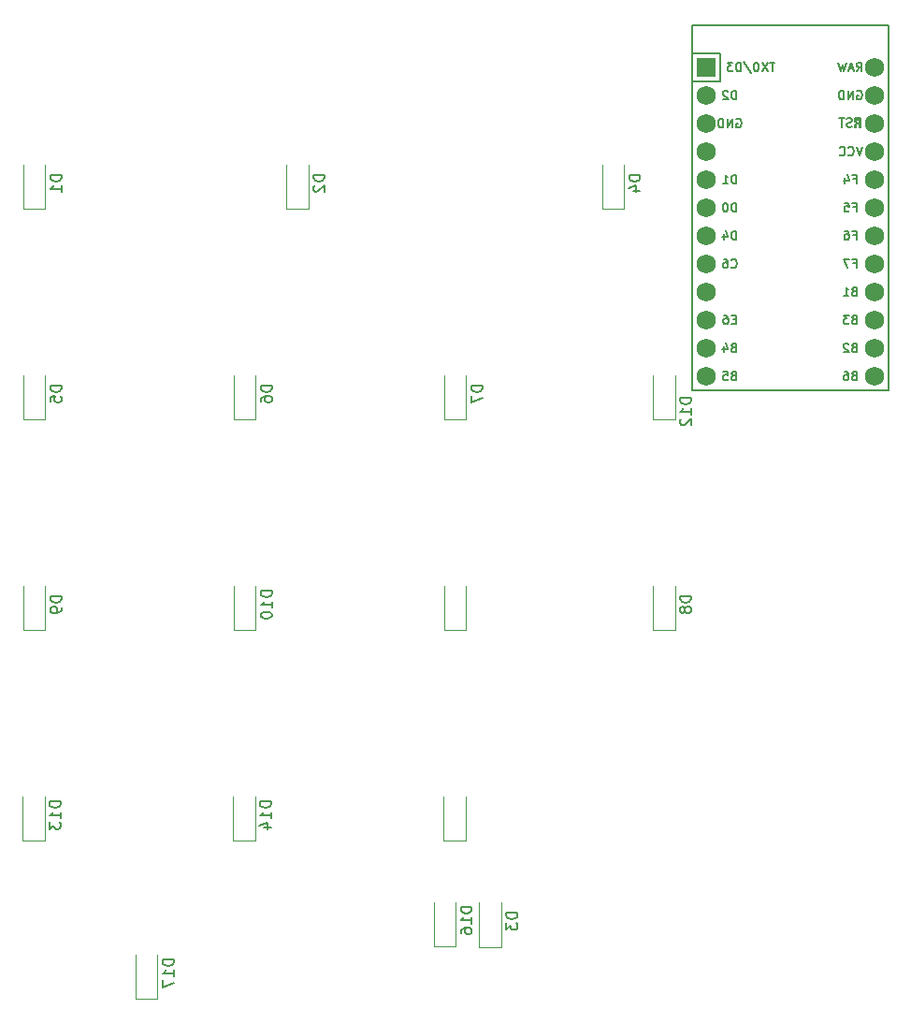
<source format=gbr>
%TF.GenerationSoftware,KiCad,Pcbnew,8.0.2*%
%TF.CreationDate,2024-06-01T15:04:53-05:00*%
%TF.ProjectId,KiCad Numpad,4b694361-6420-44e7-956d-7061642e6b69,rev?*%
%TF.SameCoordinates,Original*%
%TF.FileFunction,Legend,Bot*%
%TF.FilePolarity,Positive*%
%FSLAX46Y46*%
G04 Gerber Fmt 4.6, Leading zero omitted, Abs format (unit mm)*
G04 Created by KiCad (PCBNEW 8.0.2) date 2024-06-01 15:04:53*
%MOMM*%
%LPD*%
G01*
G04 APERTURE LIST*
%ADD10C,0.150000*%
%ADD11C,0.200000*%
%ADD12C,0.120000*%
%ADD13R,1.752600X1.752600*%
%ADD14C,1.752600*%
G04 APERTURE END LIST*
D10*
X186918559Y-93923247D02*
X186804273Y-93961342D01*
X186804273Y-93961342D02*
X186766178Y-93999438D01*
X186766178Y-93999438D02*
X186728082Y-94075628D01*
X186728082Y-94075628D02*
X186728082Y-94189914D01*
X186728082Y-94189914D02*
X186766178Y-94266104D01*
X186766178Y-94266104D02*
X186804273Y-94304200D01*
X186804273Y-94304200D02*
X186880463Y-94342295D01*
X186880463Y-94342295D02*
X187185225Y-94342295D01*
X187185225Y-94342295D02*
X187185225Y-93542295D01*
X187185225Y-93542295D02*
X186918559Y-93542295D01*
X186918559Y-93542295D02*
X186842368Y-93580390D01*
X186842368Y-93580390D02*
X186804273Y-93618485D01*
X186804273Y-93618485D02*
X186766178Y-93694676D01*
X186766178Y-93694676D02*
X186766178Y-93770866D01*
X186766178Y-93770866D02*
X186804273Y-93847057D01*
X186804273Y-93847057D02*
X186842368Y-93885152D01*
X186842368Y-93885152D02*
X186918559Y-93923247D01*
X186918559Y-93923247D02*
X187185225Y-93923247D01*
X185966178Y-94342295D02*
X186423321Y-94342295D01*
X186194749Y-94342295D02*
X186194749Y-93542295D01*
X186194749Y-93542295D02*
X186270940Y-93656580D01*
X186270940Y-93656580D02*
X186347130Y-93732771D01*
X186347130Y-93732771D02*
X186423321Y-93770866D01*
X176225130Y-96463247D02*
X175958464Y-96463247D01*
X175844178Y-96882295D02*
X176225130Y-96882295D01*
X176225130Y-96882295D02*
X176225130Y-96082295D01*
X176225130Y-96082295D02*
X175844178Y-96082295D01*
X175158463Y-96082295D02*
X175310844Y-96082295D01*
X175310844Y-96082295D02*
X175387035Y-96120390D01*
X175387035Y-96120390D02*
X175425130Y-96158485D01*
X175425130Y-96158485D02*
X175501320Y-96272771D01*
X175501320Y-96272771D02*
X175539416Y-96425152D01*
X175539416Y-96425152D02*
X175539416Y-96729914D01*
X175539416Y-96729914D02*
X175501320Y-96806104D01*
X175501320Y-96806104D02*
X175463225Y-96844200D01*
X175463225Y-96844200D02*
X175387035Y-96882295D01*
X175387035Y-96882295D02*
X175234654Y-96882295D01*
X175234654Y-96882295D02*
X175158463Y-96844200D01*
X175158463Y-96844200D02*
X175120368Y-96806104D01*
X175120368Y-96806104D02*
X175082273Y-96729914D01*
X175082273Y-96729914D02*
X175082273Y-96539438D01*
X175082273Y-96539438D02*
X175120368Y-96463247D01*
X175120368Y-96463247D02*
X175158463Y-96425152D01*
X175158463Y-96425152D02*
X175234654Y-96387057D01*
X175234654Y-96387057D02*
X175387035Y-96387057D01*
X175387035Y-96387057D02*
X175463225Y-96425152D01*
X175463225Y-96425152D02*
X175501320Y-96463247D01*
X175501320Y-96463247D02*
X175539416Y-96539438D01*
X187204273Y-75800390D02*
X187280463Y-75762295D01*
X187280463Y-75762295D02*
X187394749Y-75762295D01*
X187394749Y-75762295D02*
X187509035Y-75800390D01*
X187509035Y-75800390D02*
X187585225Y-75876580D01*
X187585225Y-75876580D02*
X187623320Y-75952771D01*
X187623320Y-75952771D02*
X187661416Y-76105152D01*
X187661416Y-76105152D02*
X187661416Y-76219438D01*
X187661416Y-76219438D02*
X187623320Y-76371819D01*
X187623320Y-76371819D02*
X187585225Y-76448009D01*
X187585225Y-76448009D02*
X187509035Y-76524200D01*
X187509035Y-76524200D02*
X187394749Y-76562295D01*
X187394749Y-76562295D02*
X187318558Y-76562295D01*
X187318558Y-76562295D02*
X187204273Y-76524200D01*
X187204273Y-76524200D02*
X187166177Y-76486104D01*
X187166177Y-76486104D02*
X187166177Y-76219438D01*
X187166177Y-76219438D02*
X187318558Y-76219438D01*
X186823320Y-76562295D02*
X186823320Y-75762295D01*
X186823320Y-75762295D02*
X186366177Y-76562295D01*
X186366177Y-76562295D02*
X186366177Y-75762295D01*
X185985225Y-76562295D02*
X185985225Y-75762295D01*
X185985225Y-75762295D02*
X185794749Y-75762295D01*
X185794749Y-75762295D02*
X185680463Y-75800390D01*
X185680463Y-75800390D02*
X185604273Y-75876580D01*
X185604273Y-75876580D02*
X185566178Y-75952771D01*
X185566178Y-75952771D02*
X185528082Y-76105152D01*
X185528082Y-76105152D02*
X185528082Y-76219438D01*
X185528082Y-76219438D02*
X185566178Y-76371819D01*
X185566178Y-76371819D02*
X185604273Y-76448009D01*
X185604273Y-76448009D02*
X185680463Y-76524200D01*
X185680463Y-76524200D02*
X185794749Y-76562295D01*
X185794749Y-76562295D02*
X185985225Y-76562295D01*
X175806082Y-91726104D02*
X175844178Y-91764200D01*
X175844178Y-91764200D02*
X175958463Y-91802295D01*
X175958463Y-91802295D02*
X176034654Y-91802295D01*
X176034654Y-91802295D02*
X176148940Y-91764200D01*
X176148940Y-91764200D02*
X176225130Y-91688009D01*
X176225130Y-91688009D02*
X176263225Y-91611819D01*
X176263225Y-91611819D02*
X176301321Y-91459438D01*
X176301321Y-91459438D02*
X176301321Y-91345152D01*
X176301321Y-91345152D02*
X176263225Y-91192771D01*
X176263225Y-91192771D02*
X176225130Y-91116580D01*
X176225130Y-91116580D02*
X176148940Y-91040390D01*
X176148940Y-91040390D02*
X176034654Y-91002295D01*
X176034654Y-91002295D02*
X175958463Y-91002295D01*
X175958463Y-91002295D02*
X175844178Y-91040390D01*
X175844178Y-91040390D02*
X175806082Y-91078485D01*
X175120368Y-91002295D02*
X175272749Y-91002295D01*
X175272749Y-91002295D02*
X175348940Y-91040390D01*
X175348940Y-91040390D02*
X175387035Y-91078485D01*
X175387035Y-91078485D02*
X175463225Y-91192771D01*
X175463225Y-91192771D02*
X175501321Y-91345152D01*
X175501321Y-91345152D02*
X175501321Y-91649914D01*
X175501321Y-91649914D02*
X175463225Y-91726104D01*
X175463225Y-91726104D02*
X175425130Y-91764200D01*
X175425130Y-91764200D02*
X175348940Y-91802295D01*
X175348940Y-91802295D02*
X175196559Y-91802295D01*
X175196559Y-91802295D02*
X175120368Y-91764200D01*
X175120368Y-91764200D02*
X175082273Y-91726104D01*
X175082273Y-91726104D02*
X175044178Y-91649914D01*
X175044178Y-91649914D02*
X175044178Y-91459438D01*
X175044178Y-91459438D02*
X175082273Y-91383247D01*
X175082273Y-91383247D02*
X175120368Y-91345152D01*
X175120368Y-91345152D02*
X175196559Y-91307057D01*
X175196559Y-91307057D02*
X175348940Y-91307057D01*
X175348940Y-91307057D02*
X175425130Y-91345152D01*
X175425130Y-91345152D02*
X175463225Y-91383247D01*
X175463225Y-91383247D02*
X175501321Y-91459438D01*
X176282273Y-78340390D02*
X176358463Y-78302295D01*
X176358463Y-78302295D02*
X176472749Y-78302295D01*
X176472749Y-78302295D02*
X176587035Y-78340390D01*
X176587035Y-78340390D02*
X176663225Y-78416580D01*
X176663225Y-78416580D02*
X176701320Y-78492771D01*
X176701320Y-78492771D02*
X176739416Y-78645152D01*
X176739416Y-78645152D02*
X176739416Y-78759438D01*
X176739416Y-78759438D02*
X176701320Y-78911819D01*
X176701320Y-78911819D02*
X176663225Y-78988009D01*
X176663225Y-78988009D02*
X176587035Y-79064200D01*
X176587035Y-79064200D02*
X176472749Y-79102295D01*
X176472749Y-79102295D02*
X176396558Y-79102295D01*
X176396558Y-79102295D02*
X176282273Y-79064200D01*
X176282273Y-79064200D02*
X176244177Y-79026104D01*
X176244177Y-79026104D02*
X176244177Y-78759438D01*
X176244177Y-78759438D02*
X176396558Y-78759438D01*
X175901320Y-79102295D02*
X175901320Y-78302295D01*
X175901320Y-78302295D02*
X175444177Y-79102295D01*
X175444177Y-79102295D02*
X175444177Y-78302295D01*
X175063225Y-79102295D02*
X175063225Y-78302295D01*
X175063225Y-78302295D02*
X174872749Y-78302295D01*
X174872749Y-78302295D02*
X174758463Y-78340390D01*
X174758463Y-78340390D02*
X174682273Y-78416580D01*
X174682273Y-78416580D02*
X174644178Y-78492771D01*
X174644178Y-78492771D02*
X174606082Y-78645152D01*
X174606082Y-78645152D02*
X174606082Y-78759438D01*
X174606082Y-78759438D02*
X174644178Y-78911819D01*
X174644178Y-78911819D02*
X174682273Y-78988009D01*
X174682273Y-78988009D02*
X174758463Y-79064200D01*
X174758463Y-79064200D02*
X174872749Y-79102295D01*
X174872749Y-79102295D02*
X175063225Y-79102295D01*
X186861416Y-86303247D02*
X187128082Y-86303247D01*
X187128082Y-86722295D02*
X187128082Y-85922295D01*
X187128082Y-85922295D02*
X186747130Y-85922295D01*
X186061416Y-85922295D02*
X186442368Y-85922295D01*
X186442368Y-85922295D02*
X186480464Y-86303247D01*
X186480464Y-86303247D02*
X186442368Y-86265152D01*
X186442368Y-86265152D02*
X186366178Y-86227057D01*
X186366178Y-86227057D02*
X186175702Y-86227057D01*
X186175702Y-86227057D02*
X186099511Y-86265152D01*
X186099511Y-86265152D02*
X186061416Y-86303247D01*
X186061416Y-86303247D02*
X186023321Y-86379438D01*
X186023321Y-86379438D02*
X186023321Y-86569914D01*
X186023321Y-86569914D02*
X186061416Y-86646104D01*
X186061416Y-86646104D02*
X186099511Y-86684200D01*
X186099511Y-86684200D02*
X186175702Y-86722295D01*
X186175702Y-86722295D02*
X186366178Y-86722295D01*
X186366178Y-86722295D02*
X186442368Y-86684200D01*
X186442368Y-86684200D02*
X186480464Y-86646104D01*
X176263225Y-86722295D02*
X176263225Y-85922295D01*
X176263225Y-85922295D02*
X176072749Y-85922295D01*
X176072749Y-85922295D02*
X175958463Y-85960390D01*
X175958463Y-85960390D02*
X175882273Y-86036580D01*
X175882273Y-86036580D02*
X175844178Y-86112771D01*
X175844178Y-86112771D02*
X175806082Y-86265152D01*
X175806082Y-86265152D02*
X175806082Y-86379438D01*
X175806082Y-86379438D02*
X175844178Y-86531819D01*
X175844178Y-86531819D02*
X175882273Y-86608009D01*
X175882273Y-86608009D02*
X175958463Y-86684200D01*
X175958463Y-86684200D02*
X176072749Y-86722295D01*
X176072749Y-86722295D02*
X176263225Y-86722295D01*
X175310844Y-85922295D02*
X175234654Y-85922295D01*
X175234654Y-85922295D02*
X175158463Y-85960390D01*
X175158463Y-85960390D02*
X175120368Y-85998485D01*
X175120368Y-85998485D02*
X175082273Y-86074676D01*
X175082273Y-86074676D02*
X175044178Y-86227057D01*
X175044178Y-86227057D02*
X175044178Y-86417533D01*
X175044178Y-86417533D02*
X175082273Y-86569914D01*
X175082273Y-86569914D02*
X175120368Y-86646104D01*
X175120368Y-86646104D02*
X175158463Y-86684200D01*
X175158463Y-86684200D02*
X175234654Y-86722295D01*
X175234654Y-86722295D02*
X175310844Y-86722295D01*
X175310844Y-86722295D02*
X175387035Y-86684200D01*
X175387035Y-86684200D02*
X175425130Y-86646104D01*
X175425130Y-86646104D02*
X175463225Y-86569914D01*
X175463225Y-86569914D02*
X175501321Y-86417533D01*
X175501321Y-86417533D02*
X175501321Y-86227057D01*
X175501321Y-86227057D02*
X175463225Y-86074676D01*
X175463225Y-86074676D02*
X175425130Y-85998485D01*
X175425130Y-85998485D02*
X175387035Y-85960390D01*
X175387035Y-85960390D02*
X175310844Y-85922295D01*
X186918559Y-101543247D02*
X186804273Y-101581342D01*
X186804273Y-101581342D02*
X186766178Y-101619438D01*
X186766178Y-101619438D02*
X186728082Y-101695628D01*
X186728082Y-101695628D02*
X186728082Y-101809914D01*
X186728082Y-101809914D02*
X186766178Y-101886104D01*
X186766178Y-101886104D02*
X186804273Y-101924200D01*
X186804273Y-101924200D02*
X186880463Y-101962295D01*
X186880463Y-101962295D02*
X187185225Y-101962295D01*
X187185225Y-101962295D02*
X187185225Y-101162295D01*
X187185225Y-101162295D02*
X186918559Y-101162295D01*
X186918559Y-101162295D02*
X186842368Y-101200390D01*
X186842368Y-101200390D02*
X186804273Y-101238485D01*
X186804273Y-101238485D02*
X186766178Y-101314676D01*
X186766178Y-101314676D02*
X186766178Y-101390866D01*
X186766178Y-101390866D02*
X186804273Y-101467057D01*
X186804273Y-101467057D02*
X186842368Y-101505152D01*
X186842368Y-101505152D02*
X186918559Y-101543247D01*
X186918559Y-101543247D02*
X187185225Y-101543247D01*
X186042368Y-101162295D02*
X186194749Y-101162295D01*
X186194749Y-101162295D02*
X186270940Y-101200390D01*
X186270940Y-101200390D02*
X186309035Y-101238485D01*
X186309035Y-101238485D02*
X186385225Y-101352771D01*
X186385225Y-101352771D02*
X186423321Y-101505152D01*
X186423321Y-101505152D02*
X186423321Y-101809914D01*
X186423321Y-101809914D02*
X186385225Y-101886104D01*
X186385225Y-101886104D02*
X186347130Y-101924200D01*
X186347130Y-101924200D02*
X186270940Y-101962295D01*
X186270940Y-101962295D02*
X186118559Y-101962295D01*
X186118559Y-101962295D02*
X186042368Y-101924200D01*
X186042368Y-101924200D02*
X186004273Y-101886104D01*
X186004273Y-101886104D02*
X185966178Y-101809914D01*
X185966178Y-101809914D02*
X185966178Y-101619438D01*
X185966178Y-101619438D02*
X186004273Y-101543247D01*
X186004273Y-101543247D02*
X186042368Y-101505152D01*
X186042368Y-101505152D02*
X186118559Y-101467057D01*
X186118559Y-101467057D02*
X186270940Y-101467057D01*
X186270940Y-101467057D02*
X186347130Y-101505152D01*
X186347130Y-101505152D02*
X186385225Y-101543247D01*
X186385225Y-101543247D02*
X186423321Y-101619438D01*
X175996559Y-99003247D02*
X175882273Y-99041342D01*
X175882273Y-99041342D02*
X175844178Y-99079438D01*
X175844178Y-99079438D02*
X175806082Y-99155628D01*
X175806082Y-99155628D02*
X175806082Y-99269914D01*
X175806082Y-99269914D02*
X175844178Y-99346104D01*
X175844178Y-99346104D02*
X175882273Y-99384200D01*
X175882273Y-99384200D02*
X175958463Y-99422295D01*
X175958463Y-99422295D02*
X176263225Y-99422295D01*
X176263225Y-99422295D02*
X176263225Y-98622295D01*
X176263225Y-98622295D02*
X175996559Y-98622295D01*
X175996559Y-98622295D02*
X175920368Y-98660390D01*
X175920368Y-98660390D02*
X175882273Y-98698485D01*
X175882273Y-98698485D02*
X175844178Y-98774676D01*
X175844178Y-98774676D02*
X175844178Y-98850866D01*
X175844178Y-98850866D02*
X175882273Y-98927057D01*
X175882273Y-98927057D02*
X175920368Y-98965152D01*
X175920368Y-98965152D02*
X175996559Y-99003247D01*
X175996559Y-99003247D02*
X176263225Y-99003247D01*
X175120368Y-98888961D02*
X175120368Y-99422295D01*
X175310844Y-98584200D02*
X175501321Y-99155628D01*
X175501321Y-99155628D02*
X175006082Y-99155628D01*
X186918559Y-96463247D02*
X186804273Y-96501342D01*
X186804273Y-96501342D02*
X186766178Y-96539438D01*
X186766178Y-96539438D02*
X186728082Y-96615628D01*
X186728082Y-96615628D02*
X186728082Y-96729914D01*
X186728082Y-96729914D02*
X186766178Y-96806104D01*
X186766178Y-96806104D02*
X186804273Y-96844200D01*
X186804273Y-96844200D02*
X186880463Y-96882295D01*
X186880463Y-96882295D02*
X187185225Y-96882295D01*
X187185225Y-96882295D02*
X187185225Y-96082295D01*
X187185225Y-96082295D02*
X186918559Y-96082295D01*
X186918559Y-96082295D02*
X186842368Y-96120390D01*
X186842368Y-96120390D02*
X186804273Y-96158485D01*
X186804273Y-96158485D02*
X186766178Y-96234676D01*
X186766178Y-96234676D02*
X186766178Y-96310866D01*
X186766178Y-96310866D02*
X186804273Y-96387057D01*
X186804273Y-96387057D02*
X186842368Y-96425152D01*
X186842368Y-96425152D02*
X186918559Y-96463247D01*
X186918559Y-96463247D02*
X187185225Y-96463247D01*
X186461416Y-96082295D02*
X185966178Y-96082295D01*
X185966178Y-96082295D02*
X186232844Y-96387057D01*
X186232844Y-96387057D02*
X186118559Y-96387057D01*
X186118559Y-96387057D02*
X186042368Y-96425152D01*
X186042368Y-96425152D02*
X186004273Y-96463247D01*
X186004273Y-96463247D02*
X185966178Y-96539438D01*
X185966178Y-96539438D02*
X185966178Y-96729914D01*
X185966178Y-96729914D02*
X186004273Y-96806104D01*
X186004273Y-96806104D02*
X186042368Y-96844200D01*
X186042368Y-96844200D02*
X186118559Y-96882295D01*
X186118559Y-96882295D02*
X186347130Y-96882295D01*
X186347130Y-96882295D02*
X186423321Y-96844200D01*
X186423321Y-96844200D02*
X186461416Y-96806104D01*
X187661416Y-80842295D02*
X187394749Y-81642295D01*
X187394749Y-81642295D02*
X187128083Y-80842295D01*
X186404273Y-81566104D02*
X186442369Y-81604200D01*
X186442369Y-81604200D02*
X186556654Y-81642295D01*
X186556654Y-81642295D02*
X186632845Y-81642295D01*
X186632845Y-81642295D02*
X186747131Y-81604200D01*
X186747131Y-81604200D02*
X186823321Y-81528009D01*
X186823321Y-81528009D02*
X186861416Y-81451819D01*
X186861416Y-81451819D02*
X186899512Y-81299438D01*
X186899512Y-81299438D02*
X186899512Y-81185152D01*
X186899512Y-81185152D02*
X186861416Y-81032771D01*
X186861416Y-81032771D02*
X186823321Y-80956580D01*
X186823321Y-80956580D02*
X186747131Y-80880390D01*
X186747131Y-80880390D02*
X186632845Y-80842295D01*
X186632845Y-80842295D02*
X186556654Y-80842295D01*
X186556654Y-80842295D02*
X186442369Y-80880390D01*
X186442369Y-80880390D02*
X186404273Y-80918485D01*
X185604273Y-81566104D02*
X185642369Y-81604200D01*
X185642369Y-81604200D02*
X185756654Y-81642295D01*
X185756654Y-81642295D02*
X185832845Y-81642295D01*
X185832845Y-81642295D02*
X185947131Y-81604200D01*
X185947131Y-81604200D02*
X186023321Y-81528009D01*
X186023321Y-81528009D02*
X186061416Y-81451819D01*
X186061416Y-81451819D02*
X186099512Y-81299438D01*
X186099512Y-81299438D02*
X186099512Y-81185152D01*
X186099512Y-81185152D02*
X186061416Y-81032771D01*
X186061416Y-81032771D02*
X186023321Y-80956580D01*
X186023321Y-80956580D02*
X185947131Y-80880390D01*
X185947131Y-80880390D02*
X185832845Y-80842295D01*
X185832845Y-80842295D02*
X185756654Y-80842295D01*
X185756654Y-80842295D02*
X185642369Y-80880390D01*
X185642369Y-80880390D02*
X185604273Y-80918485D01*
X176263225Y-89262295D02*
X176263225Y-88462295D01*
X176263225Y-88462295D02*
X176072749Y-88462295D01*
X176072749Y-88462295D02*
X175958463Y-88500390D01*
X175958463Y-88500390D02*
X175882273Y-88576580D01*
X175882273Y-88576580D02*
X175844178Y-88652771D01*
X175844178Y-88652771D02*
X175806082Y-88805152D01*
X175806082Y-88805152D02*
X175806082Y-88919438D01*
X175806082Y-88919438D02*
X175844178Y-89071819D01*
X175844178Y-89071819D02*
X175882273Y-89148009D01*
X175882273Y-89148009D02*
X175958463Y-89224200D01*
X175958463Y-89224200D02*
X176072749Y-89262295D01*
X176072749Y-89262295D02*
X176263225Y-89262295D01*
X175120368Y-88728961D02*
X175120368Y-89262295D01*
X175310844Y-88424200D02*
X175501321Y-88995628D01*
X175501321Y-88995628D02*
X175006082Y-88995628D01*
X176263225Y-76562295D02*
X176263225Y-75762295D01*
X176263225Y-75762295D02*
X176072749Y-75762295D01*
X176072749Y-75762295D02*
X175958463Y-75800390D01*
X175958463Y-75800390D02*
X175882273Y-75876580D01*
X175882273Y-75876580D02*
X175844178Y-75952771D01*
X175844178Y-75952771D02*
X175806082Y-76105152D01*
X175806082Y-76105152D02*
X175806082Y-76219438D01*
X175806082Y-76219438D02*
X175844178Y-76371819D01*
X175844178Y-76371819D02*
X175882273Y-76448009D01*
X175882273Y-76448009D02*
X175958463Y-76524200D01*
X175958463Y-76524200D02*
X176072749Y-76562295D01*
X176072749Y-76562295D02*
X176263225Y-76562295D01*
X175501321Y-75838485D02*
X175463225Y-75800390D01*
X175463225Y-75800390D02*
X175387035Y-75762295D01*
X175387035Y-75762295D02*
X175196559Y-75762295D01*
X175196559Y-75762295D02*
X175120368Y-75800390D01*
X175120368Y-75800390D02*
X175082273Y-75838485D01*
X175082273Y-75838485D02*
X175044178Y-75914676D01*
X175044178Y-75914676D02*
X175044178Y-75990866D01*
X175044178Y-75990866D02*
X175082273Y-76105152D01*
X175082273Y-76105152D02*
X175539416Y-76562295D01*
X175539416Y-76562295D02*
X175044178Y-76562295D01*
X186918559Y-99003247D02*
X186804273Y-99041342D01*
X186804273Y-99041342D02*
X186766178Y-99079438D01*
X186766178Y-99079438D02*
X186728082Y-99155628D01*
X186728082Y-99155628D02*
X186728082Y-99269914D01*
X186728082Y-99269914D02*
X186766178Y-99346104D01*
X186766178Y-99346104D02*
X186804273Y-99384200D01*
X186804273Y-99384200D02*
X186880463Y-99422295D01*
X186880463Y-99422295D02*
X187185225Y-99422295D01*
X187185225Y-99422295D02*
X187185225Y-98622295D01*
X187185225Y-98622295D02*
X186918559Y-98622295D01*
X186918559Y-98622295D02*
X186842368Y-98660390D01*
X186842368Y-98660390D02*
X186804273Y-98698485D01*
X186804273Y-98698485D02*
X186766178Y-98774676D01*
X186766178Y-98774676D02*
X186766178Y-98850866D01*
X186766178Y-98850866D02*
X186804273Y-98927057D01*
X186804273Y-98927057D02*
X186842368Y-98965152D01*
X186842368Y-98965152D02*
X186918559Y-99003247D01*
X186918559Y-99003247D02*
X187185225Y-99003247D01*
X186423321Y-98698485D02*
X186385225Y-98660390D01*
X186385225Y-98660390D02*
X186309035Y-98622295D01*
X186309035Y-98622295D02*
X186118559Y-98622295D01*
X186118559Y-98622295D02*
X186042368Y-98660390D01*
X186042368Y-98660390D02*
X186004273Y-98698485D01*
X186004273Y-98698485D02*
X185966178Y-98774676D01*
X185966178Y-98774676D02*
X185966178Y-98850866D01*
X185966178Y-98850866D02*
X186004273Y-98965152D01*
X186004273Y-98965152D02*
X186461416Y-99422295D01*
X186461416Y-99422295D02*
X185966178Y-99422295D01*
X176263225Y-84182295D02*
X176263225Y-83382295D01*
X176263225Y-83382295D02*
X176072749Y-83382295D01*
X176072749Y-83382295D02*
X175958463Y-83420390D01*
X175958463Y-83420390D02*
X175882273Y-83496580D01*
X175882273Y-83496580D02*
X175844178Y-83572771D01*
X175844178Y-83572771D02*
X175806082Y-83725152D01*
X175806082Y-83725152D02*
X175806082Y-83839438D01*
X175806082Y-83839438D02*
X175844178Y-83991819D01*
X175844178Y-83991819D02*
X175882273Y-84068009D01*
X175882273Y-84068009D02*
X175958463Y-84144200D01*
X175958463Y-84144200D02*
X176072749Y-84182295D01*
X176072749Y-84182295D02*
X176263225Y-84182295D01*
X175044178Y-84182295D02*
X175501321Y-84182295D01*
X175272749Y-84182295D02*
X175272749Y-83382295D01*
X175272749Y-83382295D02*
X175348940Y-83496580D01*
X175348940Y-83496580D02*
X175425130Y-83572771D01*
X175425130Y-83572771D02*
X175501321Y-83610866D01*
X186707083Y-79044200D02*
X186592797Y-79082295D01*
X186592797Y-79082295D02*
X186402321Y-79082295D01*
X186402321Y-79082295D02*
X186326130Y-79044200D01*
X186326130Y-79044200D02*
X186288035Y-79006104D01*
X186288035Y-79006104D02*
X186249940Y-78929914D01*
X186249940Y-78929914D02*
X186249940Y-78853723D01*
X186249940Y-78853723D02*
X186288035Y-78777533D01*
X186288035Y-78777533D02*
X186326130Y-78739438D01*
X186326130Y-78739438D02*
X186402321Y-78701342D01*
X186402321Y-78701342D02*
X186554702Y-78663247D01*
X186554702Y-78663247D02*
X186630892Y-78625152D01*
X186630892Y-78625152D02*
X186668987Y-78587057D01*
X186668987Y-78587057D02*
X186707083Y-78510866D01*
X186707083Y-78510866D02*
X186707083Y-78434676D01*
X186707083Y-78434676D02*
X186668987Y-78358485D01*
X186668987Y-78358485D02*
X186630892Y-78320390D01*
X186630892Y-78320390D02*
X186554702Y-78282295D01*
X186554702Y-78282295D02*
X186364225Y-78282295D01*
X186364225Y-78282295D02*
X186249940Y-78320390D01*
X186021368Y-78282295D02*
X185564225Y-78282295D01*
X185792797Y-79082295D02*
X185792797Y-78282295D01*
X187147130Y-74022295D02*
X187413797Y-73641342D01*
X187604273Y-74022295D02*
X187604273Y-73222295D01*
X187604273Y-73222295D02*
X187299511Y-73222295D01*
X187299511Y-73222295D02*
X187223321Y-73260390D01*
X187223321Y-73260390D02*
X187185226Y-73298485D01*
X187185226Y-73298485D02*
X187147130Y-73374676D01*
X187147130Y-73374676D02*
X187147130Y-73488961D01*
X187147130Y-73488961D02*
X187185226Y-73565152D01*
X187185226Y-73565152D02*
X187223321Y-73603247D01*
X187223321Y-73603247D02*
X187299511Y-73641342D01*
X187299511Y-73641342D02*
X187604273Y-73641342D01*
X186842369Y-73793723D02*
X186461416Y-73793723D01*
X186918559Y-74022295D02*
X186651892Y-73222295D01*
X186651892Y-73222295D02*
X186385226Y-74022295D01*
X186194750Y-73222295D02*
X186004274Y-74022295D01*
X186004274Y-74022295D02*
X185851893Y-73450866D01*
X185851893Y-73450866D02*
X185699512Y-74022295D01*
X185699512Y-74022295D02*
X185509036Y-73222295D01*
X175996559Y-101543247D02*
X175882273Y-101581342D01*
X175882273Y-101581342D02*
X175844178Y-101619438D01*
X175844178Y-101619438D02*
X175806082Y-101695628D01*
X175806082Y-101695628D02*
X175806082Y-101809914D01*
X175806082Y-101809914D02*
X175844178Y-101886104D01*
X175844178Y-101886104D02*
X175882273Y-101924200D01*
X175882273Y-101924200D02*
X175958463Y-101962295D01*
X175958463Y-101962295D02*
X176263225Y-101962295D01*
X176263225Y-101962295D02*
X176263225Y-101162295D01*
X176263225Y-101162295D02*
X175996559Y-101162295D01*
X175996559Y-101162295D02*
X175920368Y-101200390D01*
X175920368Y-101200390D02*
X175882273Y-101238485D01*
X175882273Y-101238485D02*
X175844178Y-101314676D01*
X175844178Y-101314676D02*
X175844178Y-101390866D01*
X175844178Y-101390866D02*
X175882273Y-101467057D01*
X175882273Y-101467057D02*
X175920368Y-101505152D01*
X175920368Y-101505152D02*
X175996559Y-101543247D01*
X175996559Y-101543247D02*
X176263225Y-101543247D01*
X175082273Y-101162295D02*
X175463225Y-101162295D01*
X175463225Y-101162295D02*
X175501321Y-101543247D01*
X175501321Y-101543247D02*
X175463225Y-101505152D01*
X175463225Y-101505152D02*
X175387035Y-101467057D01*
X175387035Y-101467057D02*
X175196559Y-101467057D01*
X175196559Y-101467057D02*
X175120368Y-101505152D01*
X175120368Y-101505152D02*
X175082273Y-101543247D01*
X175082273Y-101543247D02*
X175044178Y-101619438D01*
X175044178Y-101619438D02*
X175044178Y-101809914D01*
X175044178Y-101809914D02*
X175082273Y-101886104D01*
X175082273Y-101886104D02*
X175120368Y-101924200D01*
X175120368Y-101924200D02*
X175196559Y-101962295D01*
X175196559Y-101962295D02*
X175387035Y-101962295D01*
X175387035Y-101962295D02*
X175463225Y-101924200D01*
X175463225Y-101924200D02*
X175501321Y-101886104D01*
X179752354Y-73222295D02*
X179295211Y-73222295D01*
X179523783Y-74022295D02*
X179523783Y-73222295D01*
X179104735Y-73222295D02*
X178571401Y-74022295D01*
X178571401Y-73222295D02*
X179104735Y-74022295D01*
X178114258Y-73222295D02*
X178038068Y-73222295D01*
X178038068Y-73222295D02*
X177961877Y-73260390D01*
X177961877Y-73260390D02*
X177923782Y-73298485D01*
X177923782Y-73298485D02*
X177885687Y-73374676D01*
X177885687Y-73374676D02*
X177847592Y-73527057D01*
X177847592Y-73527057D02*
X177847592Y-73717533D01*
X177847592Y-73717533D02*
X177885687Y-73869914D01*
X177885687Y-73869914D02*
X177923782Y-73946104D01*
X177923782Y-73946104D02*
X177961877Y-73984200D01*
X177961877Y-73984200D02*
X178038068Y-74022295D01*
X178038068Y-74022295D02*
X178114258Y-74022295D01*
X178114258Y-74022295D02*
X178190449Y-73984200D01*
X178190449Y-73984200D02*
X178228544Y-73946104D01*
X178228544Y-73946104D02*
X178266639Y-73869914D01*
X178266639Y-73869914D02*
X178304735Y-73717533D01*
X178304735Y-73717533D02*
X178304735Y-73527057D01*
X178304735Y-73527057D02*
X178266639Y-73374676D01*
X178266639Y-73374676D02*
X178228544Y-73298485D01*
X178228544Y-73298485D02*
X178190449Y-73260390D01*
X178190449Y-73260390D02*
X178114258Y-73222295D01*
X176933306Y-73184200D02*
X177619020Y-74212771D01*
X176666639Y-74022295D02*
X176666639Y-73222295D01*
X176666639Y-73222295D02*
X176476163Y-73222295D01*
X176476163Y-73222295D02*
X176361877Y-73260390D01*
X176361877Y-73260390D02*
X176285687Y-73336580D01*
X176285687Y-73336580D02*
X176247592Y-73412771D01*
X176247592Y-73412771D02*
X176209496Y-73565152D01*
X176209496Y-73565152D02*
X176209496Y-73679438D01*
X176209496Y-73679438D02*
X176247592Y-73831819D01*
X176247592Y-73831819D02*
X176285687Y-73908009D01*
X176285687Y-73908009D02*
X176361877Y-73984200D01*
X176361877Y-73984200D02*
X176476163Y-74022295D01*
X176476163Y-74022295D02*
X176666639Y-74022295D01*
X175942830Y-73222295D02*
X175447592Y-73222295D01*
X175447592Y-73222295D02*
X175714258Y-73527057D01*
X175714258Y-73527057D02*
X175599973Y-73527057D01*
X175599973Y-73527057D02*
X175523782Y-73565152D01*
X175523782Y-73565152D02*
X175485687Y-73603247D01*
X175485687Y-73603247D02*
X175447592Y-73679438D01*
X175447592Y-73679438D02*
X175447592Y-73869914D01*
X175447592Y-73869914D02*
X175485687Y-73946104D01*
X175485687Y-73946104D02*
X175523782Y-73984200D01*
X175523782Y-73984200D02*
X175599973Y-74022295D01*
X175599973Y-74022295D02*
X175828544Y-74022295D01*
X175828544Y-74022295D02*
X175904735Y-73984200D01*
X175904735Y-73984200D02*
X175942830Y-73946104D01*
X186861416Y-91383247D02*
X187128082Y-91383247D01*
X187128082Y-91802295D02*
X187128082Y-91002295D01*
X187128082Y-91002295D02*
X186747130Y-91002295D01*
X186518559Y-91002295D02*
X185985225Y-91002295D01*
X185985225Y-91002295D02*
X186328083Y-91802295D01*
X186861416Y-83763247D02*
X187128082Y-83763247D01*
X187128082Y-84182295D02*
X187128082Y-83382295D01*
X187128082Y-83382295D02*
X186747130Y-83382295D01*
X186099511Y-83648961D02*
X186099511Y-84182295D01*
X186289987Y-83344200D02*
X186480464Y-83915628D01*
X186480464Y-83915628D02*
X185985225Y-83915628D01*
X186861416Y-88843247D02*
X187128082Y-88843247D01*
X187128082Y-89262295D02*
X187128082Y-88462295D01*
X187128082Y-88462295D02*
X186747130Y-88462295D01*
X186099511Y-88462295D02*
X186251892Y-88462295D01*
X186251892Y-88462295D02*
X186328083Y-88500390D01*
X186328083Y-88500390D02*
X186366178Y-88538485D01*
X186366178Y-88538485D02*
X186442368Y-88652771D01*
X186442368Y-88652771D02*
X186480464Y-88805152D01*
X186480464Y-88805152D02*
X186480464Y-89109914D01*
X186480464Y-89109914D02*
X186442368Y-89186104D01*
X186442368Y-89186104D02*
X186404273Y-89224200D01*
X186404273Y-89224200D02*
X186328083Y-89262295D01*
X186328083Y-89262295D02*
X186175702Y-89262295D01*
X186175702Y-89262295D02*
X186099511Y-89224200D01*
X186099511Y-89224200D02*
X186061416Y-89186104D01*
X186061416Y-89186104D02*
X186023321Y-89109914D01*
X186023321Y-89109914D02*
X186023321Y-88919438D01*
X186023321Y-88919438D02*
X186061416Y-88843247D01*
X186061416Y-88843247D02*
X186099511Y-88805152D01*
X186099511Y-88805152D02*
X186175702Y-88767057D01*
X186175702Y-88767057D02*
X186328083Y-88767057D01*
X186328083Y-88767057D02*
X186404273Y-88805152D01*
X186404273Y-88805152D02*
X186442368Y-88843247D01*
X186442368Y-88843247D02*
X186480464Y-88919438D01*
X172158569Y-121499405D02*
X171158569Y-121499405D01*
X171158569Y-121499405D02*
X171158569Y-121737500D01*
X171158569Y-121737500D02*
X171206188Y-121880357D01*
X171206188Y-121880357D02*
X171301426Y-121975595D01*
X171301426Y-121975595D02*
X171396664Y-122023214D01*
X171396664Y-122023214D02*
X171587140Y-122070833D01*
X171587140Y-122070833D02*
X171729997Y-122070833D01*
X171729997Y-122070833D02*
X171920473Y-122023214D01*
X171920473Y-122023214D02*
X172015711Y-121975595D01*
X172015711Y-121975595D02*
X172110950Y-121880357D01*
X172110950Y-121880357D02*
X172158569Y-121737500D01*
X172158569Y-121737500D02*
X172158569Y-121499405D01*
X171587140Y-122642262D02*
X171539521Y-122547024D01*
X171539521Y-122547024D02*
X171491902Y-122499405D01*
X171491902Y-122499405D02*
X171396664Y-122451786D01*
X171396664Y-122451786D02*
X171349045Y-122451786D01*
X171349045Y-122451786D02*
X171253807Y-122499405D01*
X171253807Y-122499405D02*
X171206188Y-122547024D01*
X171206188Y-122547024D02*
X171158569Y-122642262D01*
X171158569Y-122642262D02*
X171158569Y-122832738D01*
X171158569Y-122832738D02*
X171206188Y-122927976D01*
X171206188Y-122927976D02*
X171253807Y-122975595D01*
X171253807Y-122975595D02*
X171349045Y-123023214D01*
X171349045Y-123023214D02*
X171396664Y-123023214D01*
X171396664Y-123023214D02*
X171491902Y-122975595D01*
X171491902Y-122975595D02*
X171539521Y-122927976D01*
X171539521Y-122927976D02*
X171587140Y-122832738D01*
X171587140Y-122832738D02*
X171587140Y-122642262D01*
X171587140Y-122642262D02*
X171634759Y-122547024D01*
X171634759Y-122547024D02*
X171682378Y-122499405D01*
X171682378Y-122499405D02*
X171777616Y-122451786D01*
X171777616Y-122451786D02*
X171968092Y-122451786D01*
X171968092Y-122451786D02*
X172063330Y-122499405D01*
X172063330Y-122499405D02*
X172110950Y-122547024D01*
X172110950Y-122547024D02*
X172158569Y-122642262D01*
X172158569Y-122642262D02*
X172158569Y-122832738D01*
X172158569Y-122832738D02*
X172110950Y-122927976D01*
X172110950Y-122927976D02*
X172063330Y-122975595D01*
X172063330Y-122975595D02*
X171968092Y-123023214D01*
X171968092Y-123023214D02*
X171777616Y-123023214D01*
X171777616Y-123023214D02*
X171682378Y-122975595D01*
X171682378Y-122975595D02*
X171634759Y-122927976D01*
X171634759Y-122927976D02*
X171587140Y-122832738D01*
X138979819Y-83399405D02*
X137979819Y-83399405D01*
X137979819Y-83399405D02*
X137979819Y-83637500D01*
X137979819Y-83637500D02*
X138027438Y-83780357D01*
X138027438Y-83780357D02*
X138122676Y-83875595D01*
X138122676Y-83875595D02*
X138217914Y-83923214D01*
X138217914Y-83923214D02*
X138408390Y-83970833D01*
X138408390Y-83970833D02*
X138551247Y-83970833D01*
X138551247Y-83970833D02*
X138741723Y-83923214D01*
X138741723Y-83923214D02*
X138836961Y-83875595D01*
X138836961Y-83875595D02*
X138932200Y-83780357D01*
X138932200Y-83780357D02*
X138979819Y-83637500D01*
X138979819Y-83637500D02*
X138979819Y-83399405D01*
X138075057Y-84351786D02*
X138027438Y-84399405D01*
X138027438Y-84399405D02*
X137979819Y-84494643D01*
X137979819Y-84494643D02*
X137979819Y-84732738D01*
X137979819Y-84732738D02*
X138027438Y-84827976D01*
X138027438Y-84827976D02*
X138075057Y-84875595D01*
X138075057Y-84875595D02*
X138170295Y-84923214D01*
X138170295Y-84923214D02*
X138265533Y-84923214D01*
X138265533Y-84923214D02*
X138408390Y-84875595D01*
X138408390Y-84875595D02*
X138979819Y-84304167D01*
X138979819Y-84304167D02*
X138979819Y-84923214D01*
X125327319Y-154360714D02*
X124327319Y-154360714D01*
X124327319Y-154360714D02*
X124327319Y-154598809D01*
X124327319Y-154598809D02*
X124374938Y-154741666D01*
X124374938Y-154741666D02*
X124470176Y-154836904D01*
X124470176Y-154836904D02*
X124565414Y-154884523D01*
X124565414Y-154884523D02*
X124755890Y-154932142D01*
X124755890Y-154932142D02*
X124898747Y-154932142D01*
X124898747Y-154932142D02*
X125089223Y-154884523D01*
X125089223Y-154884523D02*
X125184461Y-154836904D01*
X125184461Y-154836904D02*
X125279700Y-154741666D01*
X125279700Y-154741666D02*
X125327319Y-154598809D01*
X125327319Y-154598809D02*
X125327319Y-154360714D01*
X125327319Y-155884523D02*
X125327319Y-155313095D01*
X125327319Y-155598809D02*
X124327319Y-155598809D01*
X124327319Y-155598809D02*
X124470176Y-155503571D01*
X124470176Y-155503571D02*
X124565414Y-155408333D01*
X124565414Y-155408333D02*
X124613033Y-155313095D01*
X124327319Y-156217857D02*
X124327319Y-156884523D01*
X124327319Y-156884523D02*
X125327319Y-156455952D01*
X153267319Y-102449405D02*
X152267319Y-102449405D01*
X152267319Y-102449405D02*
X152267319Y-102687500D01*
X152267319Y-102687500D02*
X152314938Y-102830357D01*
X152314938Y-102830357D02*
X152410176Y-102925595D01*
X152410176Y-102925595D02*
X152505414Y-102973214D01*
X152505414Y-102973214D02*
X152695890Y-103020833D01*
X152695890Y-103020833D02*
X152838747Y-103020833D01*
X152838747Y-103020833D02*
X153029223Y-102973214D01*
X153029223Y-102973214D02*
X153124461Y-102925595D01*
X153124461Y-102925595D02*
X153219700Y-102830357D01*
X153219700Y-102830357D02*
X153267319Y-102687500D01*
X153267319Y-102687500D02*
X153267319Y-102449405D01*
X152267319Y-103354167D02*
X152267319Y-104020833D01*
X152267319Y-104020833D02*
X153267319Y-103592262D01*
X152314819Y-149598214D02*
X151314819Y-149598214D01*
X151314819Y-149598214D02*
X151314819Y-149836309D01*
X151314819Y-149836309D02*
X151362438Y-149979166D01*
X151362438Y-149979166D02*
X151457676Y-150074404D01*
X151457676Y-150074404D02*
X151552914Y-150122023D01*
X151552914Y-150122023D02*
X151743390Y-150169642D01*
X151743390Y-150169642D02*
X151886247Y-150169642D01*
X151886247Y-150169642D02*
X152076723Y-150122023D01*
X152076723Y-150122023D02*
X152171961Y-150074404D01*
X152171961Y-150074404D02*
X152267200Y-149979166D01*
X152267200Y-149979166D02*
X152314819Y-149836309D01*
X152314819Y-149836309D02*
X152314819Y-149598214D01*
X152314819Y-151122023D02*
X152314819Y-150550595D01*
X152314819Y-150836309D02*
X151314819Y-150836309D01*
X151314819Y-150836309D02*
X151457676Y-150741071D01*
X151457676Y-150741071D02*
X151552914Y-150645833D01*
X151552914Y-150645833D02*
X151600533Y-150550595D01*
X151314819Y-151979166D02*
X151314819Y-151788690D01*
X151314819Y-151788690D02*
X151362438Y-151693452D01*
X151362438Y-151693452D02*
X151410057Y-151645833D01*
X151410057Y-151645833D02*
X151552914Y-151550595D01*
X151552914Y-151550595D02*
X151743390Y-151502976D01*
X151743390Y-151502976D02*
X152124342Y-151502976D01*
X152124342Y-151502976D02*
X152219580Y-151550595D01*
X152219580Y-151550595D02*
X152267200Y-151598214D01*
X152267200Y-151598214D02*
X152314819Y-151693452D01*
X152314819Y-151693452D02*
X152314819Y-151883928D01*
X152314819Y-151883928D02*
X152267200Y-151979166D01*
X152267200Y-151979166D02*
X152219580Y-152026785D01*
X152219580Y-152026785D02*
X152124342Y-152074404D01*
X152124342Y-152074404D02*
X151886247Y-152074404D01*
X151886247Y-152074404D02*
X151791009Y-152026785D01*
X151791009Y-152026785D02*
X151743390Y-151979166D01*
X151743390Y-151979166D02*
X151695771Y-151883928D01*
X151695771Y-151883928D02*
X151695771Y-151693452D01*
X151695771Y-151693452D02*
X151743390Y-151598214D01*
X151743390Y-151598214D02*
X151791009Y-151550595D01*
X151791009Y-151550595D02*
X151886247Y-151502976D01*
X134217319Y-121023214D02*
X133217319Y-121023214D01*
X133217319Y-121023214D02*
X133217319Y-121261309D01*
X133217319Y-121261309D02*
X133264938Y-121404166D01*
X133264938Y-121404166D02*
X133360176Y-121499404D01*
X133360176Y-121499404D02*
X133455414Y-121547023D01*
X133455414Y-121547023D02*
X133645890Y-121594642D01*
X133645890Y-121594642D02*
X133788747Y-121594642D01*
X133788747Y-121594642D02*
X133979223Y-121547023D01*
X133979223Y-121547023D02*
X134074461Y-121499404D01*
X134074461Y-121499404D02*
X134169700Y-121404166D01*
X134169700Y-121404166D02*
X134217319Y-121261309D01*
X134217319Y-121261309D02*
X134217319Y-121023214D01*
X134217319Y-122547023D02*
X134217319Y-121975595D01*
X134217319Y-122261309D02*
X133217319Y-122261309D01*
X133217319Y-122261309D02*
X133360176Y-122166071D01*
X133360176Y-122166071D02*
X133455414Y-122070833D01*
X133455414Y-122070833D02*
X133503033Y-121975595D01*
X133217319Y-123166071D02*
X133217319Y-123261309D01*
X133217319Y-123261309D02*
X133264938Y-123356547D01*
X133264938Y-123356547D02*
X133312557Y-123404166D01*
X133312557Y-123404166D02*
X133407795Y-123451785D01*
X133407795Y-123451785D02*
X133598271Y-123499404D01*
X133598271Y-123499404D02*
X133836366Y-123499404D01*
X133836366Y-123499404D02*
X134026842Y-123451785D01*
X134026842Y-123451785D02*
X134122080Y-123404166D01*
X134122080Y-123404166D02*
X134169700Y-123356547D01*
X134169700Y-123356547D02*
X134217319Y-123261309D01*
X134217319Y-123261309D02*
X134217319Y-123166071D01*
X134217319Y-123166071D02*
X134169700Y-123070833D01*
X134169700Y-123070833D02*
X134122080Y-123023214D01*
X134122080Y-123023214D02*
X134026842Y-122975595D01*
X134026842Y-122975595D02*
X133836366Y-122927976D01*
X133836366Y-122927976D02*
X133598271Y-122927976D01*
X133598271Y-122927976D02*
X133407795Y-122975595D01*
X133407795Y-122975595D02*
X133312557Y-123023214D01*
X133312557Y-123023214D02*
X133264938Y-123070833D01*
X133264938Y-123070833D02*
X133217319Y-123166071D01*
X134217319Y-102449405D02*
X133217319Y-102449405D01*
X133217319Y-102449405D02*
X133217319Y-102687500D01*
X133217319Y-102687500D02*
X133264938Y-102830357D01*
X133264938Y-102830357D02*
X133360176Y-102925595D01*
X133360176Y-102925595D02*
X133455414Y-102973214D01*
X133455414Y-102973214D02*
X133645890Y-103020833D01*
X133645890Y-103020833D02*
X133788747Y-103020833D01*
X133788747Y-103020833D02*
X133979223Y-102973214D01*
X133979223Y-102973214D02*
X134074461Y-102925595D01*
X134074461Y-102925595D02*
X134169700Y-102830357D01*
X134169700Y-102830357D02*
X134217319Y-102687500D01*
X134217319Y-102687500D02*
X134217319Y-102449405D01*
X133217319Y-103877976D02*
X133217319Y-103687500D01*
X133217319Y-103687500D02*
X133264938Y-103592262D01*
X133264938Y-103592262D02*
X133312557Y-103544643D01*
X133312557Y-103544643D02*
X133455414Y-103449405D01*
X133455414Y-103449405D02*
X133645890Y-103401786D01*
X133645890Y-103401786D02*
X134026842Y-103401786D01*
X134026842Y-103401786D02*
X134122080Y-103449405D01*
X134122080Y-103449405D02*
X134169700Y-103497024D01*
X134169700Y-103497024D02*
X134217319Y-103592262D01*
X134217319Y-103592262D02*
X134217319Y-103782738D01*
X134217319Y-103782738D02*
X134169700Y-103877976D01*
X134169700Y-103877976D02*
X134122080Y-103925595D01*
X134122080Y-103925595D02*
X134026842Y-103973214D01*
X134026842Y-103973214D02*
X133788747Y-103973214D01*
X133788747Y-103973214D02*
X133693509Y-103925595D01*
X133693509Y-103925595D02*
X133645890Y-103877976D01*
X133645890Y-103877976D02*
X133598271Y-103782738D01*
X133598271Y-103782738D02*
X133598271Y-103592262D01*
X133598271Y-103592262D02*
X133645890Y-103497024D01*
X133645890Y-103497024D02*
X133693509Y-103449405D01*
X133693509Y-103449405D02*
X133788747Y-103401786D01*
X172158569Y-103560714D02*
X171158569Y-103560714D01*
X171158569Y-103560714D02*
X171158569Y-103798809D01*
X171158569Y-103798809D02*
X171206188Y-103941666D01*
X171206188Y-103941666D02*
X171301426Y-104036904D01*
X171301426Y-104036904D02*
X171396664Y-104084523D01*
X171396664Y-104084523D02*
X171587140Y-104132142D01*
X171587140Y-104132142D02*
X171729997Y-104132142D01*
X171729997Y-104132142D02*
X171920473Y-104084523D01*
X171920473Y-104084523D02*
X172015711Y-104036904D01*
X172015711Y-104036904D02*
X172110950Y-103941666D01*
X172110950Y-103941666D02*
X172158569Y-103798809D01*
X172158569Y-103798809D02*
X172158569Y-103560714D01*
X172158569Y-105084523D02*
X172158569Y-104513095D01*
X172158569Y-104798809D02*
X171158569Y-104798809D01*
X171158569Y-104798809D02*
X171301426Y-104703571D01*
X171301426Y-104703571D02*
X171396664Y-104608333D01*
X171396664Y-104608333D02*
X171444283Y-104513095D01*
X171253807Y-105465476D02*
X171206188Y-105513095D01*
X171206188Y-105513095D02*
X171158569Y-105608333D01*
X171158569Y-105608333D02*
X171158569Y-105846428D01*
X171158569Y-105846428D02*
X171206188Y-105941666D01*
X171206188Y-105941666D02*
X171253807Y-105989285D01*
X171253807Y-105989285D02*
X171349045Y-106036904D01*
X171349045Y-106036904D02*
X171444283Y-106036904D01*
X171444283Y-106036904D02*
X171587140Y-105989285D01*
X171587140Y-105989285D02*
X172158569Y-105417857D01*
X172158569Y-105417857D02*
X172158569Y-106036904D01*
X115167319Y-102449405D02*
X114167319Y-102449405D01*
X114167319Y-102449405D02*
X114167319Y-102687500D01*
X114167319Y-102687500D02*
X114214938Y-102830357D01*
X114214938Y-102830357D02*
X114310176Y-102925595D01*
X114310176Y-102925595D02*
X114405414Y-102973214D01*
X114405414Y-102973214D02*
X114595890Y-103020833D01*
X114595890Y-103020833D02*
X114738747Y-103020833D01*
X114738747Y-103020833D02*
X114929223Y-102973214D01*
X114929223Y-102973214D02*
X115024461Y-102925595D01*
X115024461Y-102925595D02*
X115119700Y-102830357D01*
X115119700Y-102830357D02*
X115167319Y-102687500D01*
X115167319Y-102687500D02*
X115167319Y-102449405D01*
X114167319Y-103925595D02*
X114167319Y-103449405D01*
X114167319Y-103449405D02*
X114643509Y-103401786D01*
X114643509Y-103401786D02*
X114595890Y-103449405D01*
X114595890Y-103449405D02*
X114548271Y-103544643D01*
X114548271Y-103544643D02*
X114548271Y-103782738D01*
X114548271Y-103782738D02*
X114595890Y-103877976D01*
X114595890Y-103877976D02*
X114643509Y-103925595D01*
X114643509Y-103925595D02*
X114738747Y-103973214D01*
X114738747Y-103973214D02*
X114976842Y-103973214D01*
X114976842Y-103973214D02*
X115072080Y-103925595D01*
X115072080Y-103925595D02*
X115119700Y-103877976D01*
X115119700Y-103877976D02*
X115167319Y-103782738D01*
X115167319Y-103782738D02*
X115167319Y-103544643D01*
X115167319Y-103544643D02*
X115119700Y-103449405D01*
X115119700Y-103449405D02*
X115072080Y-103401786D01*
X115167319Y-121499405D02*
X114167319Y-121499405D01*
X114167319Y-121499405D02*
X114167319Y-121737500D01*
X114167319Y-121737500D02*
X114214938Y-121880357D01*
X114214938Y-121880357D02*
X114310176Y-121975595D01*
X114310176Y-121975595D02*
X114405414Y-122023214D01*
X114405414Y-122023214D02*
X114595890Y-122070833D01*
X114595890Y-122070833D02*
X114738747Y-122070833D01*
X114738747Y-122070833D02*
X114929223Y-122023214D01*
X114929223Y-122023214D02*
X115024461Y-121975595D01*
X115024461Y-121975595D02*
X115119700Y-121880357D01*
X115119700Y-121880357D02*
X115167319Y-121737500D01*
X115167319Y-121737500D02*
X115167319Y-121499405D01*
X115167319Y-122547024D02*
X115167319Y-122737500D01*
X115167319Y-122737500D02*
X115119700Y-122832738D01*
X115119700Y-122832738D02*
X115072080Y-122880357D01*
X115072080Y-122880357D02*
X114929223Y-122975595D01*
X114929223Y-122975595D02*
X114738747Y-123023214D01*
X114738747Y-123023214D02*
X114357795Y-123023214D01*
X114357795Y-123023214D02*
X114262557Y-122975595D01*
X114262557Y-122975595D02*
X114214938Y-122927976D01*
X114214938Y-122927976D02*
X114167319Y-122832738D01*
X114167319Y-122832738D02*
X114167319Y-122642262D01*
X114167319Y-122642262D02*
X114214938Y-122547024D01*
X114214938Y-122547024D02*
X114262557Y-122499405D01*
X114262557Y-122499405D02*
X114357795Y-122451786D01*
X114357795Y-122451786D02*
X114595890Y-122451786D01*
X114595890Y-122451786D02*
X114691128Y-122499405D01*
X114691128Y-122499405D02*
X114738747Y-122547024D01*
X114738747Y-122547024D02*
X114786366Y-122642262D01*
X114786366Y-122642262D02*
X114786366Y-122832738D01*
X114786366Y-122832738D02*
X114738747Y-122927976D01*
X114738747Y-122927976D02*
X114691128Y-122975595D01*
X114691128Y-122975595D02*
X114595890Y-123023214D01*
X115087319Y-140073214D02*
X114087319Y-140073214D01*
X114087319Y-140073214D02*
X114087319Y-140311309D01*
X114087319Y-140311309D02*
X114134938Y-140454166D01*
X114134938Y-140454166D02*
X114230176Y-140549404D01*
X114230176Y-140549404D02*
X114325414Y-140597023D01*
X114325414Y-140597023D02*
X114515890Y-140644642D01*
X114515890Y-140644642D02*
X114658747Y-140644642D01*
X114658747Y-140644642D02*
X114849223Y-140597023D01*
X114849223Y-140597023D02*
X114944461Y-140549404D01*
X114944461Y-140549404D02*
X115039700Y-140454166D01*
X115039700Y-140454166D02*
X115087319Y-140311309D01*
X115087319Y-140311309D02*
X115087319Y-140073214D01*
X115087319Y-141597023D02*
X115087319Y-141025595D01*
X115087319Y-141311309D02*
X114087319Y-141311309D01*
X114087319Y-141311309D02*
X114230176Y-141216071D01*
X114230176Y-141216071D02*
X114325414Y-141120833D01*
X114325414Y-141120833D02*
X114373033Y-141025595D01*
X114087319Y-141930357D02*
X114087319Y-142549404D01*
X114087319Y-142549404D02*
X114468271Y-142216071D01*
X114468271Y-142216071D02*
X114468271Y-142358928D01*
X114468271Y-142358928D02*
X114515890Y-142454166D01*
X114515890Y-142454166D02*
X114563509Y-142501785D01*
X114563509Y-142501785D02*
X114658747Y-142549404D01*
X114658747Y-142549404D02*
X114896842Y-142549404D01*
X114896842Y-142549404D02*
X114992080Y-142501785D01*
X114992080Y-142501785D02*
X115039700Y-142454166D01*
X115039700Y-142454166D02*
X115087319Y-142358928D01*
X115087319Y-142358928D02*
X115087319Y-142073214D01*
X115087319Y-142073214D02*
X115039700Y-141977976D01*
X115039700Y-141977976D02*
X114992080Y-141930357D01*
X134137319Y-140073214D02*
X133137319Y-140073214D01*
X133137319Y-140073214D02*
X133137319Y-140311309D01*
X133137319Y-140311309D02*
X133184938Y-140454166D01*
X133184938Y-140454166D02*
X133280176Y-140549404D01*
X133280176Y-140549404D02*
X133375414Y-140597023D01*
X133375414Y-140597023D02*
X133565890Y-140644642D01*
X133565890Y-140644642D02*
X133708747Y-140644642D01*
X133708747Y-140644642D02*
X133899223Y-140597023D01*
X133899223Y-140597023D02*
X133994461Y-140549404D01*
X133994461Y-140549404D02*
X134089700Y-140454166D01*
X134089700Y-140454166D02*
X134137319Y-140311309D01*
X134137319Y-140311309D02*
X134137319Y-140073214D01*
X134137319Y-141597023D02*
X134137319Y-141025595D01*
X134137319Y-141311309D02*
X133137319Y-141311309D01*
X133137319Y-141311309D02*
X133280176Y-141216071D01*
X133280176Y-141216071D02*
X133375414Y-141120833D01*
X133375414Y-141120833D02*
X133423033Y-141025595D01*
X133470652Y-142454166D02*
X134137319Y-142454166D01*
X133089700Y-142216071D02*
X133803985Y-141977976D01*
X133803985Y-141977976D02*
X133803985Y-142597023D01*
X156442319Y-150136905D02*
X155442319Y-150136905D01*
X155442319Y-150136905D02*
X155442319Y-150375000D01*
X155442319Y-150375000D02*
X155489938Y-150517857D01*
X155489938Y-150517857D02*
X155585176Y-150613095D01*
X155585176Y-150613095D02*
X155680414Y-150660714D01*
X155680414Y-150660714D02*
X155870890Y-150708333D01*
X155870890Y-150708333D02*
X156013747Y-150708333D01*
X156013747Y-150708333D02*
X156204223Y-150660714D01*
X156204223Y-150660714D02*
X156299461Y-150613095D01*
X156299461Y-150613095D02*
X156394700Y-150517857D01*
X156394700Y-150517857D02*
X156442319Y-150375000D01*
X156442319Y-150375000D02*
X156442319Y-150136905D01*
X155442319Y-151041667D02*
X155442319Y-151660714D01*
X155442319Y-151660714D02*
X155823271Y-151327381D01*
X155823271Y-151327381D02*
X155823271Y-151470238D01*
X155823271Y-151470238D02*
X155870890Y-151565476D01*
X155870890Y-151565476D02*
X155918509Y-151613095D01*
X155918509Y-151613095D02*
X156013747Y-151660714D01*
X156013747Y-151660714D02*
X156251842Y-151660714D01*
X156251842Y-151660714D02*
X156347080Y-151613095D01*
X156347080Y-151613095D02*
X156394700Y-151565476D01*
X156394700Y-151565476D02*
X156442319Y-151470238D01*
X156442319Y-151470238D02*
X156442319Y-151184524D01*
X156442319Y-151184524D02*
X156394700Y-151089286D01*
X156394700Y-151089286D02*
X156347080Y-151041667D01*
X115167319Y-83399405D02*
X114167319Y-83399405D01*
X114167319Y-83399405D02*
X114167319Y-83637500D01*
X114167319Y-83637500D02*
X114214938Y-83780357D01*
X114214938Y-83780357D02*
X114310176Y-83875595D01*
X114310176Y-83875595D02*
X114405414Y-83923214D01*
X114405414Y-83923214D02*
X114595890Y-83970833D01*
X114595890Y-83970833D02*
X114738747Y-83970833D01*
X114738747Y-83970833D02*
X114929223Y-83923214D01*
X114929223Y-83923214D02*
X115024461Y-83875595D01*
X115024461Y-83875595D02*
X115119700Y-83780357D01*
X115119700Y-83780357D02*
X115167319Y-83637500D01*
X115167319Y-83637500D02*
X115167319Y-83399405D01*
X115167319Y-84923214D02*
X115167319Y-84351786D01*
X115167319Y-84637500D02*
X114167319Y-84637500D01*
X114167319Y-84637500D02*
X114310176Y-84542262D01*
X114310176Y-84542262D02*
X114405414Y-84447024D01*
X114405414Y-84447024D02*
X114453033Y-84351786D01*
X167554819Y-83399405D02*
X166554819Y-83399405D01*
X166554819Y-83399405D02*
X166554819Y-83637500D01*
X166554819Y-83637500D02*
X166602438Y-83780357D01*
X166602438Y-83780357D02*
X166697676Y-83875595D01*
X166697676Y-83875595D02*
X166792914Y-83923214D01*
X166792914Y-83923214D02*
X166983390Y-83970833D01*
X166983390Y-83970833D02*
X167126247Y-83970833D01*
X167126247Y-83970833D02*
X167316723Y-83923214D01*
X167316723Y-83923214D02*
X167411961Y-83875595D01*
X167411961Y-83875595D02*
X167507200Y-83780357D01*
X167507200Y-83780357D02*
X167554819Y-83637500D01*
X167554819Y-83637500D02*
X167554819Y-83399405D01*
X166888152Y-84827976D02*
X167554819Y-84827976D01*
X166507200Y-84589881D02*
X167221485Y-84351786D01*
X167221485Y-84351786D02*
X167221485Y-84970833D01*
D11*
%TO.C,U1*%
X172243750Y-69850000D02*
X172243750Y-102870000D01*
X172243750Y-102870000D02*
X190023750Y-102870000D01*
X174783750Y-72390000D02*
X172243750Y-72390000D01*
X174783750Y-72390000D02*
X174783750Y-74930000D01*
X174783750Y-74930000D02*
X172243750Y-74930000D01*
X190023750Y-69850000D02*
X172243750Y-69850000D01*
X190023750Y-102870000D02*
X190023750Y-69850000D01*
D10*
X187478385Y-78379030D02*
X186978385Y-78379030D01*
X186978385Y-78279030D01*
X187478385Y-78279030D01*
X187478385Y-78379030D01*
G36*
X187478385Y-78379030D02*
G01*
X186978385Y-78379030D01*
X186978385Y-78279030D01*
X187478385Y-78279030D01*
X187478385Y-78379030D01*
G37*
X187078385Y-78579030D02*
X186978385Y-78579030D01*
X186978385Y-78279030D01*
X187078385Y-78279030D01*
X187078385Y-78579030D01*
G36*
X187078385Y-78579030D02*
G01*
X186978385Y-78579030D01*
X186978385Y-78279030D01*
X187078385Y-78279030D01*
X187078385Y-78579030D01*
G37*
X187078385Y-79079030D02*
X186978385Y-79079030D01*
X186978385Y-78879030D01*
X187078385Y-78879030D01*
X187078385Y-79079030D01*
G36*
X187078385Y-79079030D02*
G01*
X186978385Y-79079030D01*
X186978385Y-78879030D01*
X187078385Y-78879030D01*
X187078385Y-79079030D01*
G37*
X187278385Y-78779030D02*
X187178385Y-78779030D01*
X187178385Y-78679030D01*
X187278385Y-78679030D01*
X187278385Y-78779030D01*
G36*
X187278385Y-78779030D02*
G01*
X187178385Y-78779030D01*
X187178385Y-78679030D01*
X187278385Y-78679030D01*
X187278385Y-78779030D01*
G37*
X187478385Y-79079030D02*
X187378385Y-79079030D01*
X187378385Y-78279030D01*
X187478385Y-78279030D01*
X187478385Y-79079030D01*
G36*
X187478385Y-79079030D02*
G01*
X187378385Y-79079030D01*
X187378385Y-78279030D01*
X187478385Y-78279030D01*
X187478385Y-79079030D01*
G37*
D12*
%TO.C,D8*%
X168703750Y-120587500D02*
X168703750Y-124597500D01*
X168703750Y-124597500D02*
X170703750Y-124597500D01*
X170703750Y-120587500D02*
X170703750Y-124597500D01*
%TO.C,D2*%
X135525000Y-82487500D02*
X135525000Y-86497500D01*
X135525000Y-86497500D02*
X137525000Y-86497500D01*
X137525000Y-82487500D02*
X137525000Y-86497500D01*
%TO.C,D17*%
X121872500Y-153925000D02*
X121872500Y-157935000D01*
X121872500Y-157935000D02*
X123872500Y-157935000D01*
X123872500Y-153925000D02*
X123872500Y-157935000D01*
%TO.C,D7*%
X149812500Y-101537500D02*
X149812500Y-105547500D01*
X149812500Y-105547500D02*
X151812500Y-105547500D01*
X151812500Y-101537500D02*
X151812500Y-105547500D01*
%TO.C,D15*%
X149732500Y-139637500D02*
X149732500Y-143647500D01*
X149732500Y-143647500D02*
X151732500Y-143647500D01*
X151732500Y-139637500D02*
X151732500Y-143647500D01*
%TO.C,D16*%
X148860000Y-149162500D02*
X148860000Y-153172500D01*
X148860000Y-153172500D02*
X150860000Y-153172500D01*
X150860000Y-149162500D02*
X150860000Y-153172500D01*
%TO.C,D10*%
X130762500Y-120587500D02*
X130762500Y-124597500D01*
X130762500Y-124597500D02*
X132762500Y-124597500D01*
X132762500Y-120587500D02*
X132762500Y-124597500D01*
%TO.C,D6*%
X130762500Y-101537500D02*
X130762500Y-105547500D01*
X130762500Y-105547500D02*
X132762500Y-105547500D01*
X132762500Y-101537500D02*
X132762500Y-105547500D01*
%TO.C,D12*%
X168703750Y-101537500D02*
X168703750Y-105547500D01*
X168703750Y-105547500D02*
X170703750Y-105547500D01*
X170703750Y-101537500D02*
X170703750Y-105547500D01*
%TO.C,D5*%
X111712500Y-101537500D02*
X111712500Y-105547500D01*
X111712500Y-105547500D02*
X113712500Y-105547500D01*
X113712500Y-101537500D02*
X113712500Y-105547500D01*
%TO.C,D9*%
X111712500Y-120587500D02*
X111712500Y-124597500D01*
X111712500Y-124597500D02*
X113712500Y-124597500D01*
X113712500Y-120587500D02*
X113712500Y-124597500D01*
%TO.C,D13*%
X111632500Y-139637500D02*
X111632500Y-143647500D01*
X111632500Y-143647500D02*
X113632500Y-143647500D01*
X113632500Y-139637500D02*
X113632500Y-143647500D01*
%TO.C,D14*%
X130682500Y-139637500D02*
X130682500Y-143647500D01*
X130682500Y-143647500D02*
X132682500Y-143647500D01*
X132682500Y-139637500D02*
X132682500Y-143647500D01*
%TO.C,D11*%
X149812500Y-120587500D02*
X149812500Y-124597500D01*
X149812500Y-124597500D02*
X151812500Y-124597500D01*
X151812500Y-120587500D02*
X151812500Y-124597500D01*
%TO.C,D3*%
X152987500Y-149225000D02*
X152987500Y-153235000D01*
X152987500Y-153235000D02*
X154987500Y-153235000D01*
X154987500Y-149225000D02*
X154987500Y-153235000D01*
%TO.C,D1*%
X111712500Y-82487500D02*
X111712500Y-86497500D01*
X111712500Y-86497500D02*
X113712500Y-86497500D01*
X113712500Y-82487500D02*
X113712500Y-86497500D01*
%TO.C,D4*%
X164100000Y-82487500D02*
X164100000Y-86497500D01*
X164100000Y-86497500D02*
X166100000Y-86497500D01*
X166100000Y-82487500D02*
X166100000Y-86497500D01*
%TD*%
D13*
%TO.C,U1*%
X173513750Y-73660000D03*
D14*
X173513750Y-76200000D03*
X173513750Y-78740000D03*
X173513750Y-81280000D03*
X173513750Y-83820000D03*
X173513750Y-86360000D03*
X173513750Y-88900000D03*
X173513750Y-91440000D03*
X173513750Y-93980000D03*
X173513750Y-96520000D03*
X173513750Y-99060000D03*
X173513750Y-101600000D03*
X188753750Y-101600000D03*
X188753750Y-99060000D03*
X188753750Y-96520000D03*
X188753750Y-93980000D03*
X188753750Y-91440000D03*
X188753750Y-88900000D03*
X188753750Y-86360000D03*
X188753750Y-83820000D03*
X188753750Y-81280000D03*
X188753750Y-78740000D03*
X188753750Y-76200000D03*
X188753750Y-73660000D03*
%TD*%
M02*

</source>
